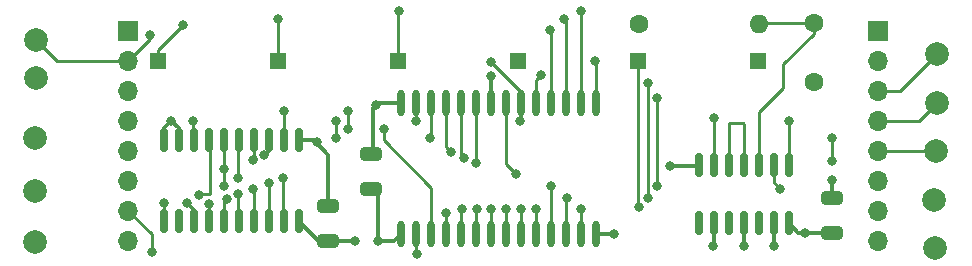
<source format=gtl>
G04 #@! TF.GenerationSoftware,KiCad,Pcbnew,6.0.9-8da3e8f707~116~ubuntu20.04.1*
G04 #@! TF.CreationDate,2022-11-05T14:44:27+00:00*
G04 #@! TF.ProjectId,slrm,736c726d-2e6b-4696-9361-645f70636258,rev?*
G04 #@! TF.SameCoordinates,Original*
G04 #@! TF.FileFunction,Copper,L1,Top*
G04 #@! TF.FilePolarity,Positive*
%FSLAX46Y46*%
G04 Gerber Fmt 4.6, Leading zero omitted, Abs format (unit mm)*
G04 Created by KiCad (PCBNEW 6.0.9-8da3e8f707~116~ubuntu20.04.1) date 2022-11-05 14:44:27*
%MOMM*%
%LPD*%
G01*
G04 APERTURE LIST*
G04 Aperture macros list*
%AMRoundRect*
0 Rectangle with rounded corners*
0 $1 Rounding radius*
0 $2 $3 $4 $5 $6 $7 $8 $9 X,Y pos of 4 corners*
0 Add a 4 corners polygon primitive as box body*
4,1,4,$2,$3,$4,$5,$6,$7,$8,$9,$2,$3,0*
0 Add four circle primitives for the rounded corners*
1,1,$1+$1,$2,$3*
1,1,$1+$1,$4,$5*
1,1,$1+$1,$6,$7*
1,1,$1+$1,$8,$9*
0 Add four rect primitives between the rounded corners*
20,1,$1+$1,$2,$3,$4,$5,0*
20,1,$1+$1,$4,$5,$6,$7,0*
20,1,$1+$1,$6,$7,$8,$9,0*
20,1,$1+$1,$8,$9,$2,$3,0*%
G04 Aperture macros list end*
G04 #@! TA.AperFunction,ComponentPad*
%ADD10R,1.350000X1.350000*%
G04 #@! TD*
G04 #@! TA.AperFunction,ComponentPad*
%ADD11C,2.000000*%
G04 #@! TD*
G04 #@! TA.AperFunction,ComponentPad*
%ADD12C,1.600000*%
G04 #@! TD*
G04 #@! TA.AperFunction,SMDPad,CuDef*
%ADD13O,0.600000X2.250000*%
G04 #@! TD*
G04 #@! TA.AperFunction,ComponentPad*
%ADD14R,1.700000X1.700000*%
G04 #@! TD*
G04 #@! TA.AperFunction,ComponentPad*
%ADD15O,1.700000X1.700000*%
G04 #@! TD*
G04 #@! TA.AperFunction,SMDPad,CuDef*
%ADD16RoundRect,0.250000X0.650000X-0.325000X0.650000X0.325000X-0.650000X0.325000X-0.650000X-0.325000X0*%
G04 #@! TD*
G04 #@! TA.AperFunction,ComponentPad*
%ADD17O,1.600000X1.600000*%
G04 #@! TD*
G04 #@! TA.AperFunction,SMDPad,CuDef*
%ADD18RoundRect,0.150000X-0.150000X0.837500X-0.150000X-0.837500X0.150000X-0.837500X0.150000X0.837500X0*%
G04 #@! TD*
G04 #@! TA.AperFunction,SMDPad,CuDef*
%ADD19RoundRect,0.150000X-0.150000X0.825000X-0.150000X-0.825000X0.150000X-0.825000X0.150000X0.825000X0*%
G04 #@! TD*
G04 #@! TA.AperFunction,SMDPad,CuDef*
%ADD20RoundRect,0.250000X-0.650000X0.325000X-0.650000X-0.325000X0.650000X-0.325000X0.650000X0.325000X0*%
G04 #@! TD*
G04 #@! TA.AperFunction,ViaPad*
%ADD21C,0.800000*%
G04 #@! TD*
G04 #@! TA.AperFunction,Conductor*
%ADD22C,0.350000*%
G04 #@! TD*
G04 #@! TA.AperFunction,Conductor*
%ADD23C,0.250000*%
G04 #@! TD*
G04 APERTURE END LIST*
D10*
X121920000Y-88900000D03*
X162560000Y-88900000D03*
D11*
X187629800Y-100660200D03*
X111480600Y-104241600D03*
D12*
X177400000Y-85690000D03*
X177400000Y-90690000D03*
D10*
X142240000Y-88900000D03*
D11*
X111480600Y-99898200D03*
D13*
X142493809Y-103550000D03*
X143763809Y-103550000D03*
X145033809Y-103550000D03*
X146303809Y-103550000D03*
X147573809Y-103550000D03*
X148843809Y-103550000D03*
X150113809Y-103550000D03*
X151383809Y-103550000D03*
X152653809Y-103550000D03*
X153923809Y-103550000D03*
X155193809Y-103550000D03*
X156463809Y-103550000D03*
X157733809Y-103550000D03*
X159003809Y-103550000D03*
X158943809Y-92450000D03*
X157673809Y-92450000D03*
X156403809Y-92450000D03*
X155133809Y-92450000D03*
X153863809Y-92450000D03*
X152593809Y-92450000D03*
X151323809Y-92450000D03*
X150053809Y-92450000D03*
X148783809Y-92450000D03*
X147513809Y-92450000D03*
X146243809Y-92450000D03*
X144973809Y-92450000D03*
X143703809Y-92450000D03*
X142433809Y-92450000D03*
D11*
X111480600Y-95427800D03*
X111582200Y-87172800D03*
D14*
X119380000Y-86360000D03*
D15*
X119380000Y-88900000D03*
X119380000Y-91440000D03*
X119380000Y-93980000D03*
X119380000Y-96520000D03*
X119380000Y-99060000D03*
X119380000Y-101600000D03*
X119380000Y-104140000D03*
D16*
X179000000Y-103475000D03*
X179000000Y-100525000D03*
D12*
X162585400Y-85826600D03*
D17*
X172745400Y-85826600D03*
D16*
X136300000Y-104150000D03*
X136300000Y-101200000D03*
D14*
X182880000Y-86360000D03*
D15*
X182880000Y-88900000D03*
X182880000Y-91440000D03*
X182880000Y-93980000D03*
X182880000Y-96520000D03*
X182880000Y-99060000D03*
X182880000Y-101600000D03*
X182880000Y-104140000D03*
D10*
X132080000Y-88900000D03*
X172720000Y-88900000D03*
D11*
X187680600Y-104749600D03*
D18*
X133815000Y-95577500D03*
X132545000Y-95577500D03*
X131275000Y-95577500D03*
X130005000Y-95577500D03*
X128735000Y-95577500D03*
X127465000Y-95577500D03*
X126195000Y-95577500D03*
X124925000Y-95577500D03*
X123655000Y-95577500D03*
X122385000Y-95577500D03*
X122385000Y-102502500D03*
X123655000Y-102502500D03*
X124925000Y-102502500D03*
X126195000Y-102502500D03*
X127465000Y-102502500D03*
X128735000Y-102502500D03*
X130005000Y-102502500D03*
X131275000Y-102502500D03*
X132545000Y-102502500D03*
X133815000Y-102502500D03*
D11*
X187807600Y-96545400D03*
D19*
X175285000Y-97715000D03*
X174015000Y-97715000D03*
X172745000Y-97715000D03*
X171475000Y-97715000D03*
X170205000Y-97715000D03*
X168935000Y-97715000D03*
X167665000Y-97715000D03*
X167665000Y-102665000D03*
X168935000Y-102665000D03*
X170205000Y-102665000D03*
X171475000Y-102665000D03*
X172745000Y-102665000D03*
X174015000Y-102665000D03*
X175285000Y-102665000D03*
D11*
X187858400Y-92481400D03*
X111600000Y-90410000D03*
D10*
X152400000Y-88900000D03*
D20*
X139900000Y-96789583D03*
X139900000Y-99739583D03*
D11*
X187833000Y-88366600D03*
D21*
X138585685Y-104205946D03*
X176700000Y-103500000D03*
X140350000Y-92650000D03*
X135320000Y-95750000D03*
X179000000Y-99000000D03*
X168930000Y-104600000D03*
X174040000Y-104630000D03*
X150100000Y-90200000D03*
X140500000Y-104200000D03*
X123000000Y-93980000D03*
X165240000Y-97820000D03*
X171480000Y-104630000D03*
X160500000Y-103600000D03*
X121195500Y-86700000D03*
X154300000Y-90100000D03*
X137000000Y-95451000D03*
X144900000Y-95451000D03*
X137000000Y-93980000D03*
X124900000Y-93980000D03*
X128700000Y-98800000D03*
X152200000Y-98500000D03*
X127482600Y-98075500D03*
X148800000Y-97575500D03*
X127500000Y-99524500D03*
X121400000Y-105100000D03*
X125345059Y-100249000D03*
X143800000Y-105300000D03*
X155100000Y-86300000D03*
X124000000Y-85900000D03*
X156300000Y-85400000D03*
X132100000Y-85375500D03*
X157700000Y-84700000D03*
X142300000Y-84675500D03*
X158900000Y-88900000D03*
X162600000Y-101300000D03*
X157700000Y-101500000D03*
X163400000Y-90800000D03*
X156500000Y-100500000D03*
X163400000Y-100500000D03*
X155200000Y-99500000D03*
X164124500Y-99500000D03*
X164124500Y-92100000D03*
X143700000Y-94000000D03*
X175300000Y-94000000D03*
X138000000Y-93192600D03*
X138000000Y-94726500D03*
X132537200Y-93141800D03*
X141000000Y-94726500D03*
X129921000Y-97325500D03*
X147818154Y-97125500D03*
X130885397Y-96875500D03*
X146710400Y-96675500D03*
X179000000Y-97400000D03*
X179000000Y-95450500D03*
X174600000Y-99800000D03*
X122402600Y-100973500D03*
X146300000Y-101800000D03*
X124383800Y-100973500D03*
X126200000Y-101075500D03*
X147600000Y-101500000D03*
X148900000Y-101500000D03*
X127700000Y-100625500D03*
X150100000Y-101500000D03*
X128700000Y-100175500D03*
X129900000Y-99725500D03*
X151400000Y-101500000D03*
X152600000Y-101500000D03*
X131300000Y-99275500D03*
X153900000Y-101500000D03*
X132500000Y-98825500D03*
X168940000Y-93780000D03*
X152560000Y-94001500D03*
X150090000Y-89010000D03*
D22*
X133815000Y-102502500D02*
X135612500Y-104300000D01*
X176725000Y-103475000D02*
X179000000Y-103475000D01*
X176700000Y-103500000D02*
X176120000Y-103500000D01*
X140121235Y-92878765D02*
X140350000Y-92650000D01*
X176120000Y-103500000D02*
X175285000Y-102665000D01*
X140350000Y-92650000D02*
X140550000Y-92450000D01*
X138529739Y-104150000D02*
X138585685Y-104205946D01*
X136300000Y-104150000D02*
X138529739Y-104150000D01*
X140121235Y-96568348D02*
X140121235Y-92878765D01*
X135612500Y-104300000D02*
X136150000Y-104300000D01*
X139900000Y-96789583D02*
X140121235Y-96568348D01*
X140550000Y-92450000D02*
X142433809Y-92450000D01*
X176700000Y-103500000D02*
X176725000Y-103475000D01*
X122385000Y-94595000D02*
X123000000Y-93980000D01*
X174015000Y-104605000D02*
X174015000Y-102665000D01*
X171475000Y-102665000D02*
X171475000Y-104625000D01*
X141903809Y-104140000D02*
X140560000Y-104140000D01*
X135147500Y-95577500D02*
X133815000Y-95577500D01*
X140500000Y-104200000D02*
X140500000Y-100339583D01*
X174040000Y-104630000D02*
X174015000Y-104605000D01*
X135320000Y-95750000D02*
X135320000Y-95895000D01*
X159003809Y-103550000D02*
X160450000Y-103550000D01*
X168935000Y-104595000D02*
X168930000Y-104600000D01*
X135320000Y-95895000D02*
X136300000Y-96875000D01*
X165280000Y-97780000D02*
X167600000Y-97780000D01*
X171475000Y-104625000D02*
X171480000Y-104630000D01*
X122385000Y-95577500D02*
X122385000Y-94595000D01*
X140500000Y-100339583D02*
X139900000Y-99739583D01*
X160450000Y-103550000D02*
X160500000Y-103600000D01*
X123655000Y-95577500D02*
X123655000Y-94635000D01*
X142493809Y-103550000D02*
X141903809Y-104140000D01*
X140560000Y-104140000D02*
X140500000Y-104200000D01*
X135320000Y-95750000D02*
X135147500Y-95577500D01*
X136300000Y-96875000D02*
X136300000Y-101200000D01*
X165240000Y-97820000D02*
X165280000Y-97780000D01*
X123655000Y-94635000D02*
X123000000Y-93980000D01*
X167600000Y-97780000D02*
X167665000Y-97715000D01*
X150053809Y-90246191D02*
X150100000Y-90200000D01*
X150053809Y-92450000D02*
X150053809Y-90246191D01*
X168935000Y-102665000D02*
X168935000Y-104595000D01*
X179000000Y-100525000D02*
X179000000Y-99000000D01*
D23*
X113309400Y-88900000D02*
X111582200Y-87172800D01*
X119380000Y-88900000D02*
X113309400Y-88900000D01*
X121195500Y-86700000D02*
X121195500Y-87084500D01*
X121195500Y-87084500D02*
X119380000Y-88900000D01*
X154300000Y-90100000D02*
X153863809Y-90536191D01*
X153863809Y-90536191D02*
X153863809Y-92450000D01*
X124900000Y-93980000D02*
X124900000Y-95552500D01*
X124900000Y-95552500D02*
X124925000Y-95577500D01*
X144973809Y-95377191D02*
X144900000Y-95451000D01*
X144973809Y-92450000D02*
X144973809Y-95377191D01*
X137000000Y-95451000D02*
X137000000Y-93980000D01*
X151323809Y-97623809D02*
X151323809Y-92450000D01*
X128700000Y-95612500D02*
X128735000Y-95577500D01*
X152200000Y-98500000D02*
X151323809Y-97623809D01*
X128700000Y-98800000D02*
X128700000Y-95612500D01*
X148783809Y-97559309D02*
X148783809Y-92450000D01*
X127482600Y-98075500D02*
X127482600Y-95595100D01*
X127500000Y-98092900D02*
X127500000Y-99524500D01*
X127482600Y-95595100D02*
X127465000Y-95577500D01*
X127482600Y-98075500D02*
X127500000Y-98092900D01*
X148800000Y-97575500D02*
X148783809Y-97559309D01*
X143763809Y-103550000D02*
X143763809Y-104936191D01*
X143763809Y-104936191D02*
X143763809Y-105263809D01*
X126195000Y-95577500D02*
X126300000Y-95682500D01*
X143763809Y-105263809D02*
X143800000Y-105300000D01*
X121400000Y-103620000D02*
X119380000Y-101600000D01*
X121400000Y-105100000D02*
X121400000Y-103620000D01*
X125394059Y-100200000D02*
X125345059Y-100249000D01*
X126300000Y-95682500D02*
X126300000Y-100200000D01*
X126300000Y-100200000D02*
X125394059Y-100200000D01*
X155100000Y-86300000D02*
X155133809Y-86333809D01*
X121920000Y-87980000D02*
X121920000Y-88900000D01*
X124000000Y-85900000D02*
X121920000Y-87980000D01*
X155133809Y-86333809D02*
X155133809Y-92450000D01*
X132100000Y-85375500D02*
X132080000Y-85395500D01*
X132080000Y-85395500D02*
X132080000Y-88900000D01*
X156403809Y-85503809D02*
X156403809Y-92450000D01*
X156300000Y-85400000D02*
X156403809Y-85503809D01*
X142300000Y-84675500D02*
X142240000Y-84735500D01*
X157700000Y-84700000D02*
X157673809Y-84726191D01*
X157673809Y-84726191D02*
X157673809Y-92450000D01*
X142240000Y-84735500D02*
X142240000Y-88900000D01*
X158943809Y-88943809D02*
X158900000Y-88900000D01*
X158943809Y-92450000D02*
X158943809Y-88943809D01*
X162560000Y-101260000D02*
X162560000Y-88900000D01*
X162600000Y-101300000D02*
X162560000Y-101260000D01*
X157733809Y-103550000D02*
X157733809Y-101533809D01*
X157733809Y-101533809D02*
X157700000Y-101500000D01*
X156463809Y-100536191D02*
X156463809Y-103550000D01*
X163400000Y-100500000D02*
X163400000Y-90800000D01*
X156500000Y-100500000D02*
X156463809Y-100536191D01*
X155193809Y-99506191D02*
X155193809Y-103550000D01*
X164124500Y-99500000D02*
X164124500Y-92100000D01*
X155200000Y-99500000D02*
X155193809Y-99506191D01*
X182880000Y-91440000D02*
X184759600Y-91440000D01*
X143700000Y-94000000D02*
X143700000Y-92453809D01*
X184759600Y-91440000D02*
X187833000Y-88366600D01*
X175300000Y-97700000D02*
X175285000Y-97715000D01*
X186359800Y-93980000D02*
X187858400Y-92481400D01*
X182880000Y-93980000D02*
X186359800Y-93980000D01*
X175300000Y-94000000D02*
X175300000Y-97700000D01*
X145033809Y-103550000D02*
X145033809Y-99663809D01*
X145033809Y-99663809D02*
X141000000Y-95630000D01*
X132537200Y-95569700D02*
X132545000Y-95577500D01*
X187807600Y-96545400D02*
X182905400Y-96545400D01*
X141000000Y-95630000D02*
X141000000Y-94726500D01*
X138000000Y-94726500D02*
X138000000Y-93192600D01*
X182905400Y-96545400D02*
X182880000Y-96520000D01*
X132537200Y-93141800D02*
X132537200Y-95569700D01*
X130005000Y-97005000D02*
X130165000Y-97165000D01*
X130005000Y-95577500D02*
X130005000Y-97005000D01*
X147513809Y-96821155D02*
X147513809Y-92450000D01*
X147818154Y-97125500D02*
X147513809Y-96821155D01*
X179000000Y-97400000D02*
X179000000Y-95450500D01*
X146243809Y-96208909D02*
X146243809Y-92450000D01*
X131275000Y-96485897D02*
X131275000Y-95577500D01*
X146710400Y-96675500D02*
X146243809Y-96208909D01*
X130885397Y-96875500D02*
X131275000Y-96485897D01*
X122385000Y-100991100D02*
X122385000Y-102502500D01*
X174015000Y-97715000D02*
X174015000Y-99215000D01*
X174015000Y-99215000D02*
X174600000Y-99800000D01*
X122402600Y-100973500D02*
X122385000Y-100991100D01*
X124383800Y-100973500D02*
X124925000Y-101514700D01*
X124925000Y-101514700D02*
X124925000Y-102502500D01*
X146303809Y-103550000D02*
X146303809Y-101803809D01*
X146303809Y-101803809D02*
X146300000Y-101800000D01*
X147573809Y-101526191D02*
X147573809Y-103550000D01*
X147600000Y-101500000D02*
X147573809Y-101526191D01*
X126200000Y-102497500D02*
X126195000Y-102502500D01*
X126200000Y-101075500D02*
X126200000Y-102497500D01*
X148843809Y-101556191D02*
X148843809Y-103550000D01*
X148900000Y-101500000D02*
X148843809Y-101556191D01*
X127465000Y-100860500D02*
X127465000Y-102502500D01*
X127700000Y-100625500D02*
X127465000Y-100860500D01*
X150113809Y-101513809D02*
X150113809Y-103550000D01*
X128700000Y-100175500D02*
X128700000Y-102467500D01*
X128700000Y-102467500D02*
X128735000Y-102502500D01*
X150100000Y-101500000D02*
X150113809Y-101513809D01*
X151383809Y-103516191D02*
X151383809Y-103550000D01*
X129900000Y-99725500D02*
X130000000Y-99825500D01*
X130000000Y-99825500D02*
X130000000Y-102497500D01*
X130000000Y-102497500D02*
X130005000Y-102502500D01*
X151400000Y-103500000D02*
X151383809Y-103516191D01*
X151400000Y-101500000D02*
X151400000Y-103500000D01*
X131300000Y-102477500D02*
X131275000Y-102502500D01*
X152600000Y-101500000D02*
X152653809Y-101553809D01*
X152653809Y-101553809D02*
X152653809Y-103550000D01*
X131300000Y-99275500D02*
X131300000Y-102477500D01*
X153923809Y-101523809D02*
X153923809Y-103550000D01*
X132500000Y-98825500D02*
X132500000Y-102457500D01*
X153900000Y-101500000D02*
X153923809Y-101523809D01*
X132500000Y-102457500D02*
X132545000Y-102502500D01*
X172882000Y-85690000D02*
X172745400Y-85826600D01*
X174840000Y-89182200D02*
X177400000Y-86622200D01*
X177400000Y-86622200D02*
X177400000Y-85690000D01*
X172745000Y-93285000D02*
X174840000Y-91190000D01*
X177400000Y-85690000D02*
X172882000Y-85690000D01*
X174840000Y-91190000D02*
X174840000Y-89182200D01*
X172745000Y-97715000D02*
X172745000Y-93285000D01*
X171475098Y-94290088D02*
X171391048Y-94206038D01*
X171475098Y-97714902D02*
X171475098Y-94290088D01*
X171391048Y-94206038D02*
X170207894Y-94206038D01*
X171475000Y-97715000D02*
X171475098Y-97714902D01*
X170205000Y-94208932D02*
X170205000Y-97715000D01*
X170207894Y-94206038D02*
X170205000Y-94208932D01*
X168935000Y-97715000D02*
X168935000Y-93785000D01*
X152593809Y-91513809D02*
X150090000Y-89010000D01*
X152593809Y-93967691D02*
X152593809Y-92450000D01*
X152600000Y-91600000D02*
X152600000Y-92443809D01*
X152600000Y-92443809D02*
X152593809Y-92450000D01*
X168935000Y-93785000D02*
X168940000Y-93780000D01*
X152593809Y-92450000D02*
X152593809Y-91513809D01*
X152560000Y-94001500D02*
X152593809Y-93967691D01*
M02*

</source>
